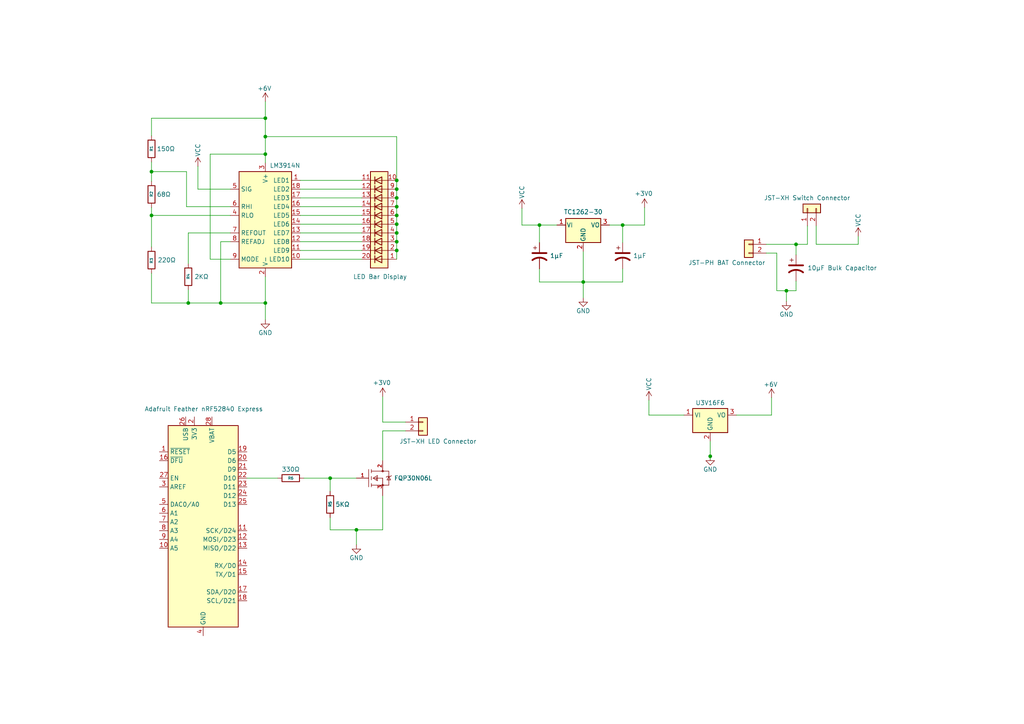
<source format=kicad_sch>
(kicad_sch (version 20211123) (generator eeschema)
  (paper "A4")
  (title_block (title "Wireless Flat Panel Control Circuit") (date "2023-03-21") (rev "1.0") (comment 3 "License: MIT") (comment 4 "Author: Julien Lecomte"))
  (lib_symbols
    (symbol "+6V_1" (power) (pin_numbers hide) (pin_names (offset 0) hide)
      (property "Value" "+6V_1" (at 0 3.556 0))
      (symbol "+6V_1_0_1"
        (polyline (pts (xy -0.762 1.27) (xy 0 2.54)))
        (polyline (pts (xy 0 0) (xy 0 2.54)))
        (polyline (pts (xy 0 2.54) (xy 0.762 1.27)))
      )
      (symbol "+6V_1_1_1"
        (pin power_in line (at 0 0 90) (length 0) hide (name "+6V") (number "1"))
      )
    )
    (symbol "Connector_Generic:Conn_01x02" (pin_names (offset 1.016) hide)
      (property "Reference" "J" (at 0 2.54 0))
      (property "Value" "Conn_01x02" (at 0 -5.08 0))
      (symbol "Conn_01x02_1_1"
        (rectangle (start -1.27 -2.413) (end 0 -2.667) (stroke (width 0.1524)))
        (rectangle (start -1.27 0.127) (end 0 -0.127) (stroke (width 0.1524)))
        (rectangle (start -1.27 1.27) (end 1.27 -3.81) (stroke (width 0.254)) (fill (type background)))
        (pin passive line (at -5.08 0 0) (length 3.81) (name "Pin_1") (number "1"))
        (pin passive line (at -5.08 -2.54 0) (length 3.81) (name "Pin_2") (number "2"))
      )
    )
    (symbol "DarkSkyGeek_KiCad_Symbol_Library:FQP30N06L" (pin_names (offset 1.016))
      (property "Reference" "Q" (at 0 7.62 0))
      (property "Value" "FQP30N06L" (at 0 10.16 0))
      (symbol "FQP30N06L_1_1"
        (polyline (pts (xy 6.096 -2.54) (xy 6.096 2.54)))
        (polyline (pts (xy 6.858 -2.032) (xy 10.16 -2.032)))
        (polyline (pts (xy 6.858 -1.524) (xy 6.858 -2.54)))
        (polyline (pts (xy 6.858 0.508) (xy 6.858 -0.508)))
        (polyline (pts (xy 6.858 1.524) (xy 6.858 2.54)))
        (polyline (pts (xy 6.858 2.032) (xy 10.16 2.032)))
        (polyline (pts (xy 7.366 0) (xy 8.636 -0.762)))
        (polyline (pts (xy 7.366 0) (xy 8.636 0.762)))
        (polyline (pts (xy 7.62 0) (xy 10.16 0)))
        (polyline (pts (xy 8.382 0.254) (xy 8.382 -0.508)))
        (polyline (pts (xy 8.636 0.762) (xy 8.636 -0.762)))
        (polyline (pts (xy 10.16 -2.032) (xy 11.938 -2.032)))
        (polyline (pts (xy 11.43 -0.508) (xy 12.446 -0.508)))
        (polyline (pts (xy 11.43 0.508) (xy 11.176 0.254)))
        (polyline (pts (xy 11.938 -2.032) (xy 11.938 2.032)))
        (polyline (pts (xy 11.938 0.508) (xy 11.43 -0.508)))
        (polyline (pts (xy 11.938 0.508) (xy 11.43 0.508)))
        (polyline (pts (xy 11.938 0.508) (xy 12.446 0.508)))
        (polyline (pts (xy 11.938 2.032) (xy 10.16 2.032)))
        (polyline (pts (xy 12.446 -0.508) (xy 11.938 0.508)))
        (polyline (pts (xy 12.446 0.508) (xy 12.7 0.762)))
        (circle (center 10.16 -2.032) (radius 0.254))
        (circle (center 10.16 2.032) (radius 0.254))
        (pin unspecified line (at 2.54 0 0) (length 3.556) (name "G") (number "1"))
        (pin unspecified line (at 10.16 5.08 270) (length 3.048) (name "D") (number "2"))
        (pin unspecified line (at 10.16 -5.08 90) (length 5.08) (name "S") (number "3"))
      )
    )
    (symbol "DarkSkyGeek_KiCad_Symbol_Library:U3V16F6"
      (property "Reference" "U" (at 6.35 -3.302 0))
      (property "Value" "U3V16F6" (at 7.62 -7.62 0))
      (symbol "U3V16F6_1_1"
        (rectangle (start -5.08 1.905) (end 5.08 -5.08) (stroke (width 0.254)) (fill (type background)))
        (pin power_in line (at -7.62 0 0) (length 2.54) (name "VI") (number "1"))
        (pin power_in line (at 0 -7.62 90) (length 2.54) (name "GND") (number "2"))
        (pin power_out line (at 7.62 0 180) (length 2.54) (name "VO") (number "3"))
      )
    )
    (symbol "Device:C_Polarized_US" (pin_numbers hide) (pin_names (offset 0.254) hide)
      (property "Reference" "C" (at 0.635 2.54 0))
      (property "Value" "C_Polarized_US" (at 0.635 -2.54 0))
      (symbol "C_Polarized_US_0_1"
        (polyline (pts (xy -2.032 0.762) (xy 2.032 0.762)) (stroke (width 0.508)))
        (polyline (pts (xy -1.778 2.286) (xy -0.762 2.286)))
        (polyline (pts (xy -1.27 1.778) (xy -1.27 2.794)))
        (arc (start 2.032 -1.27) (mid 0 -0.5572) (end -2.032 -1.27) (stroke (width 0.508)))
      )
      (symbol "C_Polarized_US_1_1"
        (pin passive line (at 0 3.81 270) (length 2.794) (name "~") (number "1"))
        (pin passive line (at 0 -3.81 90) (length 3.302) (name "~") (number "2"))
      )
    )
    (symbol "Device:R" (pin_numbers hide) (pin_names (offset 0))
      (property "Reference" "R" (at 2.032 0 90))
      (property "Value" "R" (at 0 0 90))
      (symbol "R_0_1"
        (rectangle (start -1.016 -2.54) (end 1.016 2.54) (stroke (width 0.254)))
      )
      (symbol "R_1_1"
        (pin passive line (at 0 3.81 270) (length 1.27) (name "~") (number "1"))
        (pin passive line (at 0 -3.81 90) (length 1.27) (name "~") (number "2"))
      )
    )
    (symbol "Driver_LED:LM3914N"
      (property "Reference" "U" (at -6.35 14.224 0))
      (property "Value" "LM3914N" (at 5.588 14.224 0))
      (symbol "LM3914N_0_1"
        (rectangle (start -7.62 12.7) (end 7.62 -15.24) (stroke (width 0.254)) (fill (type background)))
      )
      (symbol "LM3914N_1_1"
        (pin open_collector line (at 10.16 10.16 180) (length 2.54) (name "LED1") (number "1"))
        (pin open_collector line (at 10.16 -12.7 180) (length 2.54) (name "LED10") (number "10"))
        (pin open_collector line (at 10.16 -10.16 180) (length 2.54) (name "LED9") (number "11"))
        (pin open_collector line (at 10.16 -7.62 180) (length 2.54) (name "LED8") (number "12"))
        (pin open_collector line (at 10.16 -5.08 180) (length 2.54) (name "LED7") (number "13"))
        (pin open_collector line (at 10.16 -2.54 180) (length 2.54) (name "LED6") (number "14"))
        (pin open_collector line (at 10.16 0 180) (length 2.54) (name "LED5") (number "15"))
        (pin open_collector line (at 10.16 2.54 180) (length 2.54) (name "LED4") (number "16"))
        (pin open_collector line (at 10.16 5.08 180) (length 2.54) (name "LED3") (number "17"))
        (pin open_collector line (at 10.16 7.62 180) (length 2.54) (name "LED2") (number "18"))
        (pin power_in line (at 0 -17.78 90) (length 2.54) (name "V-") (number "2"))
        (pin power_in line (at 0 15.24 270) (length 2.54) (name "V+") (number "3"))
        (pin input line (at -10.16 0 0) (length 2.54) (name "RLO") (number "4"))
        (pin input line (at -10.16 7.62 0) (length 2.54) (name "SIG") (number "5"))
        (pin input line (at -10.16 2.54 0) (length 2.54) (name "RHI") (number "6"))
        (pin output line (at -10.16 -5.08 0) (length 2.54) (name "REFOUT") (number "7"))
        (pin input line (at -10.16 -7.62 0) (length 2.54) (name "REFADJ") (number "8"))
        (pin input line (at -10.16 -12.7 0) (length 2.54) (name "MODE") (number "9"))
      )
    )
    (symbol "GND_1" (power) (pin_numbers hide) (pin_names (offset 0) hide)
      (property "Value" "GND_1" (at 0 -3.81 0))
      (symbol "GND_1_0_1"
        (polyline (pts (xy 0 0) (xy 0 -1.27) (xy 1.27 -1.27) (xy 0 -2.54) (xy -1.27 -1.27) (xy 0 -1.27)))
      )
      (symbol "GND_1_1_1"
        (pin power_in line (at 0 0 270) (length 0) hide (name "GND") (number "1"))
      )
    )
    (symbol "LED:HDSP-4830_2" (pin_names (offset 1.016) hide)
      (property "Reference" "BAR" (at 0 15.24 0))
      (property "Value" "HDSP-4830_2" (at 0 -17.78 0))
      (symbol "HDSP-4830_2_0_1"
        (rectangle (start -2.54 12.7) (end 2.54 -15.24) (stroke (width 0.254)) (fill (type background)))
        (polyline (pts (xy -2.54 -12.7) (xy 2.54 -12.7)))
        (polyline (pts (xy -2.54 -10.16) (xy 2.54 -10.16)))
        (polyline (pts (xy -2.54 -7.62) (xy 2.54 -7.62)))
        (polyline (pts (xy -2.54 -5.08) (xy 2.54 -5.08)))
        (polyline (pts (xy -2.54 0) (xy 2.54 0)))
        (polyline (pts (xy -2.54 5.08) (xy 2.54 5.08)))
        (polyline (pts (xy -2.54 7.62) (xy 2.54 7.62)))
        (polyline (pts (xy -2.54 10.16) (xy 2.54 10.16)))
        (polyline (pts (xy 1.27 -11.684) (xy 1.27 -13.716)) (stroke (width 0.254)))
        (polyline (pts (xy 1.27 -9.144) (xy 1.27 -11.176)) (stroke (width 0.254)))
        (polyline (pts (xy 1.27 -6.604) (xy 1.27 -8.636)) (stroke (width 0.254)))
        (polyline (pts (xy 1.27 -4.064) (xy 1.27 -6.096)) (stroke (width 0.254)))
        (polyline (pts (xy 1.27 -1.524) (xy 1.27 -3.556)) (stroke (width 0.254)))
        (polyline (pts (xy 1.27 1.016) (xy 1.27 -1.016)) (stroke (width 0.254)))
        (polyline (pts (xy 1.27 3.556) (xy 1.27 1.524)) (stroke (width 0.254)))
        (polyline (pts (xy 1.27 6.096) (xy 1.27 4.064)) (stroke (width 0.254)))
        (polyline (pts (xy 1.27 8.636) (xy 1.27 6.604)) (stroke (width 0.254)))
        (polyline (pts (xy 1.27 11.176) (xy 1.27 9.144)) (stroke (width 0.254)))
        (polyline (pts (xy 2.54 -2.54) (xy -2.54 -2.54)))
        (polyline (pts (xy 2.54 2.54) (xy -2.54 2.54)))
        (polyline (pts (xy -0.762 -11.684) (xy -0.762 -13.716) (xy 1.27 -12.7) (xy -0.762 -11.684)) (stroke (width 0.254)))
        (polyline (pts (xy -0.762 -9.144) (xy -0.762 -11.176) (xy 1.27 -10.16) (xy -0.762 -9.144)) (stroke (width 0.254)))
        (polyline (pts (xy -0.762 -6.604) (xy -0.762 -8.636) (xy 1.27 -7.62) (xy -0.762 -6.604)) (stroke (width 0.254)))
        (polyline (pts (xy -0.762 -4.064) (xy -0.762 -6.096) (xy 1.27 -5.08) (xy -0.762 -4.064)) (stroke (width 0.254)))
        (polyline (pts (xy -0.762 -1.524) (xy -0.762 -3.556) (xy 1.27 -2.54) (xy -0.762 -1.524)) (stroke (width 0.254)))
        (polyline (pts (xy -0.762 1.016) (xy -0.762 -1.016) (xy 1.27 0) (xy -0.762 1.016)) (stroke (width 0.254)))
        (polyline (pts (xy -0.762 3.556) (xy -0.762 1.524) (xy 1.27 2.54) (xy -0.762 3.556)) (stroke (width 0.254)))
        (polyline (pts (xy -0.762 6.096) (xy -0.762 4.064) (xy 1.27 5.08) (xy -0.762 6.096)) (stroke (width 0.254)))
        (polyline (pts (xy -0.762 8.636) (xy -0.762 6.604) (xy 1.27 7.62) (xy -0.762 8.636)) (stroke (width 0.254)))
        (polyline (pts (xy -0.762 11.176) (xy -0.762 9.144) (xy 1.27 10.16) (xy -0.762 11.176)) (stroke (width 0.254)))
      )
      (symbol "HDSP-4830_2_1_1"
        (pin passive line (at -5.08 10.16 0) (length 2.54) (name "A") (number "1"))
        (pin passive line (at -5.08 -12.7 0) (length 2.54) (name "A") (number "10"))
        (pin passive line (at 5.08 -12.7 180) (length 2.54) (name "K") (number "11"))
        (pin passive line (at 5.08 -10.16 180) (length 2.54) (name "K") (number "12"))
        (pin passive line (at 5.08 -7.62 180) (length 2.54) (name "K") (number "13"))
        (pin passive line (at 5.08 -5.08 180) (length 2.54) (name "K") (number "14"))
        (pin passive line (at 5.08 -2.54 180) (length 2.54) (name "K") (number "15"))
        (pin passive line (at 5.08 0 180) (length 2.54) (name "K") (number "16"))
        (pin passive line (at 5.08 2.54 180) (length 2.54) (name "K") (number "17"))
        (pin passive line (at 5.08 5.08 180) (length 2.54) (name "K") (number "18"))
        (pin passive line (at 5.08 7.62 180) (length 2.54) (name "K") (number "19"))
        (pin passive line (at -5.08 7.62 0) (length 2.54) (name "A") (number "2"))
        (pin passive line (at 5.08 10.16 180) (length 2.54) (name "K") (number "20"))
        (pin passive line (at -5.08 5.08 0) (length 2.54) (name "A") (number "3"))
        (pin passive line (at -5.08 2.54 0) (length 2.54) (name "A") (number "4"))
        (pin passive line (at -5.08 0 0) (length 2.54) (name "A") (number "5"))
        (pin passive line (at -5.08 -2.54 0) (length 2.54) (name "A") (number "6"))
        (pin passive line (at -5.08 -5.08 0) (length 2.54) (name "A") (number "7"))
        (pin passive line (at -5.08 -7.62 0) (length 2.54) (name "A") (number "8"))
        (pin passive line (at -5.08 -10.16 0) (length 2.54) (name "A") (number "9"))
      )
    )
    (symbol "MCU_Module:Adafruit_Feather_M0_BluefruitLE"
      (property "Reference" "A" (at -10.16 28.575 0))
      (property "Value" "Adafruit_Feather_M0_BluefruitLE" (at 2.54 -31.75 0))
      (symbol "Adafruit_Feather_M0_BluefruitLE_0_1"
        (rectangle (start -10.16 27.94) (end 10.16 -30.48) (stroke (width 0.254)) (fill (type background)))
      )
      (symbol "Adafruit_Feather_M0_BluefruitLE_1_1"
        (pin input line (at 12.7 20.32 180) (length 2.54) (name "~{RESET}") (number "1"))
        (pin bidirectional line (at 12.7 -7.62 180) (length 2.54) (name "A5") (number "10"))
        (pin bidirectional line (at -12.7 -2.54 0) (length 2.54) (name "SCK/D24") (number "11"))
        (pin bidirectional line (at -12.7 -5.08 0) (length 2.54) (name "MOSI/D23") (number "12"))
        (pin bidirectional line (at -12.7 -7.62 0) (length 2.54) (name "MISO/D22") (number "13"))
        (pin bidirectional line (at -12.7 -12.7 0) (length 2.54) (name "RX/D0") (number "14"))
        (pin bidirectional line (at -12.7 -15.24 0) (length 2.54) (name "TX/D1") (number "15"))
        (pin input line (at 12.7 17.78 180) (length 2.54) (name "~{DFU}") (number "16"))
        (pin bidirectional line (at -12.7 -20.32 0) (length 2.54) (name "SDA/D20") (number "17"))
        (pin bidirectional line (at -12.7 -22.86 0) (length 2.54) (name "SCL/D21") (number "18"))
        (pin bidirectional line (at -12.7 20.32 0) (length 2.54) (name "D5") (number "19"))
        (pin power_in line (at 2.54 30.48 270) (length 2.54) (name "3V3") (number "2"))
        (pin bidirectional line (at -12.7 17.78 0) (length 2.54) (name "D6") (number "20"))
        (pin bidirectional line (at -12.7 15.24 0) (length 2.54) (name "D9") (number "21"))
        (pin bidirectional line (at -12.7 12.7 0) (length 2.54) (name "D10") (number "22"))
        (pin bidirectional line (at -12.7 10.16 0) (length 2.54) (name "D11") (number "23"))
        (pin bidirectional line (at -12.7 7.62 0) (length 2.54) (name "D12") (number "24"))
        (pin bidirectional line (at -12.7 5.08 0) (length 2.54) (name "D13") (number "25"))
        (pin power_in line (at 5.08 30.48 270) (length 2.54) (name "USB") (number "26"))
        (pin input line (at 12.7 12.7 180) (length 2.54) (name "EN") (number "27"))
        (pin power_in line (at -2.54 30.48 270) (length 2.54) (name "VBAT") (number "28"))
        (pin input line (at 12.7 10.16 180) (length 2.54) (name "AREF") (number "3"))
        (pin power_in line (at 0 -33.02 90) (length 2.54) (name "GND") (number "4"))
        (pin bidirectional line (at 12.7 5.08 180) (length 2.54) (name "DAC0/A0") (number "5"))
        (pin bidirectional line (at 12.7 2.54 180) (length 2.54) (name "A1") (number "6"))
        (pin bidirectional line (at 12.7 0 180) (length 2.54) (name "A2") (number "7"))
        (pin bidirectional line (at 12.7 -2.54 180) (length 2.54) (name "A3") (number "8"))
        (pin bidirectional line (at 12.7 -5.08 180) (length 2.54) (name "A4") (number "9"))
      )
    )
    (symbol "Regulator_Linear:TC1262-30" (pin_names (offset 0.254))
      (property "Reference" "U" (at -3.81 3.175 0))
      (property "Value" "TC1262-30" (at 0 3.175 0))
      (symbol "TC1262-30_1_1"
        (rectangle (start -5.08 1.905) (end 5.08 -5.08) (stroke (width 0.254)) (fill (type background)))
        (pin power_in line (at -7.62 0 0) (length 2.54) (name "VI") (number "1"))
        (pin power_in line (at 0 -7.62 90) (length 2.54) (name "GND") (number "2"))
        (pin power_out line (at 7.62 0 180) (length 2.54) (name "VO") (number "3"))
      )
    )
    (symbol "VCC_1" (power) (pin_numbers hide) (pin_names (offset 0) hide)
      (property "Value" "VCC_1" (at 0 3.81 0))
      (symbol "VCC_1_0_1"
        (polyline (pts (xy -0.762 1.27) (xy 0 2.54)))
        (polyline (pts (xy 0 0) (xy 0 2.54)))
        (polyline (pts (xy 0 2.54) (xy 0.762 1.27)))
      )
      (symbol "VCC_1_1_1"
        (pin power_in line (at 0 0 90) (length 0) hide (name "VCC") (number "1"))
      )
    )
    (symbol "power:+3V0" (power) (pin_numbers hide) (pin_names (offset 0) hide)
      (property "Value" "+3V0" (at 0 3.556 0))
      (symbol "+3V0_0_1"
        (polyline (pts (xy -0.762 1.27) (xy 0 2.54)))
        (polyline (pts (xy 0 0) (xy 0 2.54)))
        (polyline (pts (xy 0 2.54) (xy 0.762 1.27)))
      )
      (symbol "+3V0_1_1"
        (pin power_in line (at 0 0 90) (length 0) hide (name "+3V0") (number "1"))
      )
    )
  )
  (junction (at 115.062 52.324))
  (junction (at 76.962 39.624))
  (junction (at 115.062 57.404))
  (junction (at 230.886 70.866))
  (junction (at 115.062 67.564))
  (junction (at 169.164 81.788))
  (junction (at 54.61 87.884))
  (junction (at 103.378 153.67))
  (junction (at 205.994 132.334))
  (junction (at 43.942 49.784))
  (junction (at 115.062 72.644))
  (junction (at 115.062 62.484))
  (junction (at 228.092 84.328))
  (junction (at 76.962 87.884))
  (junction (at 115.062 54.864))
  (junction (at 95.758 138.684))
  (junction (at 115.062 65.024))
  (junction (at 76.962 34.29))
  (junction (at 156.464 65.278))
  (junction (at 43.942 62.484))
  (junction (at 180.594 65.278))
  (junction (at 115.062 59.944))
  (junction (at 64.008 87.884))
  (junction (at 115.062 70.104))
  (junction (at 76.962 44.704))
  (wire (pts (xy 95.758 150.114) (xy 95.758 153.67)))
  (wire (pts (xy 156.464 81.788) (xy 169.164 81.788)))
  (wire (pts (xy 223.774 120.396) (xy 213.614 120.396)))
  (wire (pts (xy 115.062 72.644) (xy 115.062 70.104)))
  (wire (pts (xy 225.298 73.406) (xy 225.298 84.328)))
  (wire (pts (xy 115.062 75.184) (xy 115.062 72.644)))
  (wire (pts (xy 151.384 65.278) (xy 151.384 60.452)))
  (wire (pts (xy 88.138 138.684) (xy 95.758 138.684)))
  (wire (pts (xy 115.062 52.324) (xy 115.062 39.624)))
  (wire (pts (xy 57.404 48.26) (xy 57.404 54.864)))
  (wire (pts (xy 180.594 65.278) (xy 180.594 70.358)))
  (wire (pts (xy 230.886 84.328) (xy 228.092 84.328)))
  (wire (pts (xy 76.962 80.264) (xy 76.962 87.884)))
  (wire (pts (xy 87.122 59.944) (xy 104.902 59.944)))
  (wire (pts (xy 110.998 153.67) (xy 103.378 153.67)))
  (wire (pts (xy 95.758 153.67) (xy 103.378 153.67)))
  (wire (pts (xy 180.594 77.978) (xy 180.594 81.788)))
  (wire (pts (xy 115.062 70.104) (xy 115.062 67.564)))
  (wire (pts (xy 54.102 59.944) (xy 54.102 49.784)))
  (wire (pts (xy 43.942 46.99) (xy 43.942 49.784)))
  (wire (pts (xy 176.784 65.278) (xy 180.594 65.278)))
  (wire (pts (xy 169.164 72.898) (xy 169.164 81.788)))
  (wire (pts (xy 66.802 59.944) (xy 54.102 59.944)))
  (wire (pts (xy 64.008 70.104) (xy 64.008 87.884)))
  (wire (pts (xy 66.802 75.184) (xy 60.96 75.184)))
  (wire (pts (xy 110.998 122.428) (xy 117.602 122.428)))
  (wire (pts (xy 103.378 153.67) (xy 103.378 157.988)))
  (wire (pts (xy 76.962 87.884) (xy 76.962 92.71)))
  (wire (pts (xy 230.886 81.534) (xy 230.886 84.328)))
  (wire (pts (xy 87.122 72.644) (xy 104.902 72.644)))
  (wire (pts (xy 103.378 138.684) (xy 95.758 138.684)))
  (wire (pts (xy 248.92 68.58) (xy 248.92 70.866)))
  (wire (pts (xy 76.962 39.624) (xy 76.962 44.704)))
  (wire (pts (xy 156.464 65.278) (xy 151.384 65.278)))
  (wire (pts (xy 43.942 62.484) (xy 43.942 71.628)))
  (wire (pts (xy 236.728 65.532) (xy 236.728 70.866)))
  (wire (pts (xy 234.188 65.532) (xy 234.188 70.866)))
  (wire (pts (xy 115.062 59.944) (xy 115.062 57.404)))
  (wire (pts (xy 236.728 70.866) (xy 248.92 70.866)))
  (wire (pts (xy 71.628 138.684) (xy 80.518 138.684)))
  (wire (pts (xy 156.464 77.978) (xy 156.464 81.788)))
  (wire (pts (xy 156.464 65.278) (xy 156.464 70.358)))
  (wire (pts (xy 54.102 49.784) (xy 43.942 49.784)))
  (wire (pts (xy 87.122 62.484) (xy 104.902 62.484)))
  (wire (pts (xy 205.994 128.016) (xy 205.994 132.334)))
  (wire (pts (xy 161.544 65.278) (xy 156.464 65.278)))
  (wire (pts (xy 180.594 65.278) (xy 186.944 65.278)))
  (wire (pts (xy 115.062 39.624) (xy 76.962 39.624)))
  (wire (pts (xy 115.062 54.864) (xy 115.062 52.324)))
  (wire (pts (xy 57.404 54.864) (xy 66.802 54.864)))
  (wire (pts (xy 66.802 67.564) (xy 54.61 67.564)))
  (wire (pts (xy 222.25 73.406) (xy 225.298 73.406)))
  (wire (pts (xy 230.886 73.914) (xy 230.886 70.866)))
  (wire (pts (xy 43.942 87.884) (xy 54.61 87.884)))
  (wire (pts (xy 205.994 133.35) (xy 205.994 132.334)))
  (wire (pts (xy 60.96 75.184) (xy 60.96 44.704)))
  (wire (pts (xy 115.062 62.484) (xy 115.062 59.944)))
  (wire (pts (xy 188.214 116.078) (xy 188.214 120.396)))
  (wire (pts (xy 188.214 120.396) (xy 198.374 120.396)))
  (wire (pts (xy 87.122 67.564) (xy 104.902 67.564)))
  (wire (pts (xy 54.61 67.564) (xy 54.61 76.454)))
  (wire (pts (xy 43.942 62.484) (xy 66.802 62.484)))
  (wire (pts (xy 186.944 65.278) (xy 186.944 60.198)))
  (wire (pts (xy 87.122 65.024) (xy 104.902 65.024)))
  (wire (pts (xy 87.122 54.864) (xy 104.902 54.864)))
  (wire (pts (xy 228.092 84.328) (xy 228.092 87.376)))
  (wire (pts (xy 43.942 34.29) (xy 76.962 34.29)))
  (wire (pts (xy 87.122 70.104) (xy 104.902 70.104)))
  (wire (pts (xy 76.962 44.704) (xy 76.962 47.244)))
  (wire (pts (xy 169.164 81.788) (xy 180.594 81.788)))
  (wire (pts (xy 66.802 70.104) (xy 64.008 70.104)))
  (wire (pts (xy 43.942 79.248) (xy 43.942 87.884)))
  (wire (pts (xy 76.962 34.29) (xy 76.962 39.624)))
  (wire (pts (xy 110.998 143.764) (xy 110.998 153.67)))
  (wire (pts (xy 115.062 57.404) (xy 115.062 54.864)))
  (wire (pts (xy 95.758 138.684) (xy 95.758 142.494)))
  (wire (pts (xy 54.61 87.884) (xy 64.008 87.884)))
  (wire (pts (xy 115.062 65.024) (xy 115.062 62.484)))
  (wire (pts (xy 87.122 57.404) (xy 104.902 57.404)))
  (wire (pts (xy 110.998 124.968) (xy 117.602 124.968)))
  (wire (pts (xy 54.61 84.074) (xy 54.61 87.884)))
  (wire (pts (xy 43.942 39.37) (xy 43.942 34.29)))
  (wire (pts (xy 225.298 84.328) (xy 228.092 84.328)))
  (wire (pts (xy 43.942 49.784) (xy 43.942 52.578)))
  (wire (pts (xy 169.164 81.788) (xy 169.164 86.36)))
  (wire (pts (xy 223.774 115.316) (xy 223.774 120.396)))
  (wire (pts (xy 110.998 122.428) (xy 110.998 115.062)))
  (wire (pts (xy 87.122 52.324) (xy 104.902 52.324)))
  (wire (pts (xy 110.998 124.968) (xy 110.998 133.604)))
  (wire (pts (xy 115.062 67.564) (xy 115.062 65.024)))
  (wire (pts (xy 222.25 70.866) (xy 230.886 70.866)))
  (wire (pts (xy 230.886 70.866) (xy 234.188 70.866)))
  (wire (pts (xy 43.942 60.198) (xy 43.942 62.484)))
  (wire (pts (xy 76.962 29.464) (xy 76.962 34.29)))
  (wire (pts (xy 64.008 87.884) (xy 76.962 87.884)))
  (wire (pts (xy 60.96 44.704) (xy 76.962 44.704)))
  (wire (pts (xy 87.122 75.184) (xy 104.902 75.184)))
  (symbol (lib_name "GND_1") (lib_id "power:GND") (at 76.962 92.71 0) (unit 1)
    (property "Reference" "#PWR03" (effects hide))
    (property "Value" "GND" (at 76.962 96.52 0))
  )
  (symbol (lib_id "Device:C_Polarized_US") (at 156.464 74.168 0) (unit 1)
    (property "Reference" "C1" (effects hide))
    (property "Value" "1µF" (at 159.512 74.168 0) (effects (justify left)))
    (property "Footprint" "Capacitor_THT:CP_Radial_D5.0mm_P2.50mm" (effects hide))
  )
  (symbol (lib_id "Connector_Generic:Conn_01x02") (at 122.682 122.428 0) (unit 1)
    (property "Reference" "J2" (effects hide))
    (property "Value" "JST-XH LED Connector" (at 115.824 128.016 0) (effects (justify left)))
    (property "Footprint" "Connector_JST:JST_XH_B2B-XH-A_1x02_P2.50mm_Vertical" (effects hide))
  )
  (symbol (lib_id "Device:R") (at 95.758 146.304 180) (unit 1)
    (property "Reference" "R5" (at 95.758 147.066 90) (effects (font (size 0.8 0.8)) (justify right)))
    (property "Value" "5KΩ" (at 97.282 146.304 0) (effects (justify right)))
    (property "Footprint" "Resistor_THT:R_Axial_DIN0207_L6.3mm_D2.5mm_P10.16mm_Horizontal" (effects hide))
  )
  (symbol (lib_name "GND_1") (lib_id "power:GND") (at 103.378 157.988 0) (unit 1)
    (property "Reference" "#PWR04" (effects hide))
    (property "Value" "GND" (at 103.378 161.798 0))
  )
  (symbol (lib_name "+6V_1") (lib_id "power:+6V") (at 223.774 115.316 0) (unit 1)
    (property "Reference" "#PWR011" (effects hide))
    (property "Value" "+6V" (at 223.52 111.506 0))
  )
  (symbol (lib_id "Device:R") (at 84.328 138.684 270) (unit 1)
    (property "Reference" "R6" (at 84.328 138.684 90) (effects (font (size 0.8 0.8))))
    (property "Value" "330Ω" (at 84.328 136.144 90))
    (property "Footprint" "Resistor_THT:R_Axial_DIN0207_L6.3mm_D2.5mm_P10.16mm_Horizontal" (effects hide))
  )
  (symbol (lib_id "Device:R") (at 43.942 43.18 180) (unit 1)
    (property "Reference" "R1" (at 43.942 43.942 90) (effects (font (size 0.8 0.8)) (justify right)))
    (property "Value" "150Ω" (at 45.466 43.18 0) (effects (justify right)))
    (property "Footprint" "Resistor_THT:R_Axial_DIN0207_L6.3mm_D2.5mm_P10.16mm_Horizontal" (effects hide))
  )
  (symbol (lib_id "MCU_Module:Adafruit_Feather_M0_BluefruitLE") (at 58.928 151.384 0) (mirror y) (unit 1)
    (property "Reference" "A1" (effects hide))
    (property "Value" "Adafruit Feather nRF52840 Express" (at 41.91 118.618 0) (effects (justify right)))
    (property "Footprint" "Module:Adafruit_Feather" (effects hide))
    (property "Datasheet" "https://cdn-learn.adafruit.com/downloads/pdf/adafruit-feather-m0-bluefruit-le.pdf" (effects hide))
  )
  (symbol (lib_id "power:+3V0") (at 110.998 115.062 0) (unit 1)
    (property "Reference" "#PWR05" (effects hide))
    (property "Value" "+3V0" (at 110.744 110.998 0))
  )
  (symbol (lib_id "power:+3V0") (at 186.944 60.198 0) (unit 1)
    (property "Reference" "#PWR08" (effects hide))
    (property "Value" "+3V0" (at 186.69 56.134 0))
  )
  (symbol (lib_id "Device:R") (at 43.942 56.388 180) (unit 1)
    (property "Reference" "R2" (at 43.942 57.15 90) (effects (font (size 0.8 0.8)) (justify right)))
    (property "Value" "68Ω" (at 45.466 56.388 0) (effects (justify right)))
    (property "Footprint" "Resistor_THT:R_Axial_DIN0207_L6.3mm_D2.5mm_P10.16mm_Horizontal" (effects hide))
  )
  (symbol (lib_id "Connector_Generic:Conn_01x02") (at 234.188 60.452 90) (unit 1)
    (property "Reference" "J3" (effects hide))
    (property "Value" "JST-XH Switch Connector" (at 246.634 57.404 90) (effects (justify left)))
    (property "Footprint" "Connector_JST:JST_XH_B2B-XH-A_1x02_P2.50mm_Vertical" (effects hide))
  )
  (symbol (lib_id "Device:C_Polarized_US") (at 230.886 77.724 0) (unit 1)
    (property "Reference" "C3" (effects hide))
    (property "Value" "10µF Bulk Capacitor" (at 234.188 77.724 0) (effects (justify left)))
    (property "Footprint" "Capacitor_THT:CP_Radial_D4.0mm_P2.00mm" (effects hide))
  )
  (symbol (lib_name "VCC_1") (lib_id "power:VCC") (at 151.384 60.452 0) (unit 1)
    (property "Reference" "#PWR06" (effects hide))
    (property "Value" "VCC" (at 151.384 57.658 90) (effects (justify left)))
  )
  (symbol (lib_id "Device:R") (at 54.61 80.264 180) (unit 1)
    (property "Reference" "R4" (at 54.61 81.026 90) (effects (font (size 0.8 0.8)) (justify right)))
    (property "Value" "2KΩ" (at 56.388 80.264 0) (effects (justify right)))
    (property "Footprint" "Resistor_THT:R_Axial_DIN0207_L6.3mm_D2.5mm_P10.16mm_Horizontal" (effects hide))
  )
  (symbol (lib_id "Device:R") (at 43.942 75.438 180) (unit 1)
    (property "Reference" "R3" (at 43.942 76.454 90) (effects (font (size 0.8 0.8)) (justify right)))
    (property "Value" "220Ω" (at 45.72 75.438 0) (effects (justify right)))
    (property "Footprint" "Resistor_THT:R_Axial_DIN0207_L6.3mm_D2.5mm_P10.16mm_Horizontal" (effects hide))
  )
  (symbol (lib_name "GND_1") (lib_id "power:GND") (at 228.092 87.376 0) (unit 1)
    (property "Reference" "#PWR012" (effects hide))
    (property "Value" "GND" (at 228.092 91.186 0))
  )
  (symbol (lib_name "VCC_1") (lib_id "power:VCC") (at 188.214 116.078 0) (unit 1)
    (property "Reference" "#PWR09" (effects hide))
    (property "Value" "VCC" (at 188.214 113.284 90) (effects (justify left)))
  )
  (symbol (lib_id "Regulator_Linear:TC1262-30") (at 169.164 65.278 0) (unit 1)
    (property "Reference" "U1" (effects hide))
    (property "Value" "TC1262-30" (at 169.164 61.468 0))
    (property "Footprint" "footprints:TC1262-3.0VAB" (effects hide))
    (property "Datasheet" "http://ww1.microchip.com/downloads/en/DeviceDoc/21373C.pdf" (effects hide))
  )
  (symbol (lib_name "+6V_1") (lib_id "power:+6V") (at 76.962 29.464 0) (unit 1)
    (property "Reference" "#PWR02" (effects hide))
    (property "Value" "+6V" (at 76.708 25.654 0))
  )
  (symbol (lib_name "GND_1") (lib_id "power:GND") (at 205.994 132.334 0) (unit 1)
    (property "Reference" "#PWR010" (effects hide))
    (property "Value" "GND" (at 205.994 136.144 0))
  )
  (symbol (lib_id "Device:C_Polarized_US") (at 180.594 74.168 0) (unit 1)
    (property "Reference" "C2" (effects hide))
    (property "Value" "1µF" (at 183.642 74.168 0) (effects (justify left)))
    (property "Footprint" "Capacitor_THT:CP_Radial_D5.0mm_P2.50mm" (effects hide))
  )
  (symbol (lib_name "VCC_1") (lib_id "power:VCC") (at 248.92 68.58 0) (unit 1)
    (property "Reference" "#PWR013" (effects hide))
    (property "Value" "VCC" (at 248.92 65.786 90) (effects (justify left)))
  )
  (symbol (lib_name "GND_1") (lib_id "power:GND") (at 169.164 86.36 0) (unit 1)
    (property "Reference" "#PWR07" (effects hide))
    (property "Value" "GND" (at 169.164 90.17 0))
  )
  (symbol (lib_id "DarkSkyGeek_KiCad_Symbol_Library:U3V16F6") (at 205.994 120.396 0) (unit 1)
    (property "Reference" "U2" (effects hide))
    (property "Value" "U3V16F6" (at 205.994 116.84 0))
    (property "Footprint" "footprints:U3V16F6" (effects hide))
  )
  (symbol (lib_id "Driver_LED:LM3914N") (at 76.962 62.484 0) (unit 1)
    (property "Reference" "U3" (effects hide))
    (property "Value" "LM3914N" (at 78.232 48.006 0) (effects (justify left)))
    (property "Footprint" "Package_DIP:DIP-18_W7.62mm" (effects hide))
    (property "Datasheet" "https://www.ti.com/lit/ds/symlink/lm3914.pdf" (effects hide))
  )
  (symbol (lib_name "VCC_1") (lib_id "power:VCC") (at 57.404 48.26 0) (unit 1)
    (property "Reference" "#PWR01" (effects hide))
    (property "Value" "VCC" (at 57.404 45.466 90) (effects (justify left)))
  )
  (symbol (lib_id "Connector_Generic:Conn_01x02") (at 217.17 70.866 0) (mirror y) (unit 1)
    (property "Reference" "J1" (effects hide))
    (property "Value" "JST-PH BAT Connector" (at 221.996 76.2 0) (effects (justify left)))
    (property "Footprint" "Connector_JST:JST_PH_B2B-PH-K_1x02_P2.00mm_Vertical" (effects hide))
  )
  (symbol (lib_id "DarkSkyGeek_KiCad_Symbol_Library:FQP30N06L") (at 100.838 138.684 0) (unit 1)
    (property "Reference" "Q1" (effects hide))
    (property "Value" "FQP30N06L" (at 114.3 138.6839 0) (effects (justify left)))
    (property "Footprint" "footprints:FQP30N06L" (effects hide))
    (property "Datasheet" "https://www.fairchildsemi.com/datasheets/FQ/FQP30N06L.pdf" (effects hide))
    (property "category" "Trans" (effects hide))
    (property "category 20b3edb914a9fb74" "Uncategorized" (effects hide))
    (property "category 2f8ae2801e7ef44d" "Uncategorized" (effects hide))
    (property "category 3b27f62d0a3ae0e0" "Discretes (diodes, transistors, thyristors ...)" (effects hide))
    (property "category 6f04a20e5eeab4c3" "Uncategorized" (effects hide))
    (property "category 931f5e15a77d48d8" "Uncategorized" (effects hide))
    (property "category 9e07530daf1645c0" "Semiconductors and Actives" (effects hide))
    (property "category d77d1a77e69f0cba" "Transistors" (effects hide))
    (property "category e7b12abbd6523c76" "MOSFETs" (effects hide))
    (property "digikey description" "MOSFET N-CH 60V 32A TO-220" (effects hide))
    (property "digikey part number" "FQP30N06L-ND" (effects hide))
    (property "ipc land pattern name" "TO-220" (effects hide))
    (property "lead free" "yes" (effects hide))
    (property "library id" "4c4a158987b216aa" (effects hide))
    (property "manufacturer" "ON Semi" (effects hide))
    (property "mounting type" "through hole" (effects hide))
    (property "mouser part number" "512-FQP30N06L" (effects hide))
    (property "num pins" "3" (effects hide))
    (property "octopart part number" "d9a510aad9290662" (effects hide))
    (property "package" "TO-220" (effects hide))
    (property "rohs" "yes" (effects hide))
    (property "temperature range high" "+175°C" (effects hide))
    (property "temperature range low" "-55°C" (effects hide))
    (property "breakdown voltage drain to source" "60 V" (effects hide))
    (property "current rating" "32 A" (effects hide))
    (property "id continuous drain current" "32 A" (effects hide))
    (property "max breakdown voltage gate to source" "20 V" (effects hide))
    (property "min breakdown voltage gate to source" "-20 V" (effects hide))
    (property "polarity" "N-Channel" (effects hide))
    (property "power dissipation" "79 W" (effects hide))
    (property "rds drain to source resistance on" "27 mΩ" (effects hide))
    (property "vds drain to source voltage" "60 V" (effects hide))
    (property "voltage rating dc" "60 V" (effects hide))
  )
  (symbol (lib_id "LED:HDSP-4830_2") (at 109.982 65.024 180) (unit 1)
    (property "Reference" "BAR1" (effects hide))
    (property "Value" "LED Bar Display" (at 110.236 80.264 0))
    (property "Footprint" "Display:HDSP-4830" (effects hide))
    (property "Datasheet" "https://docs.broadcom.com/docs/AV02-1798EN" (effects hide))
  )
)
</source>
